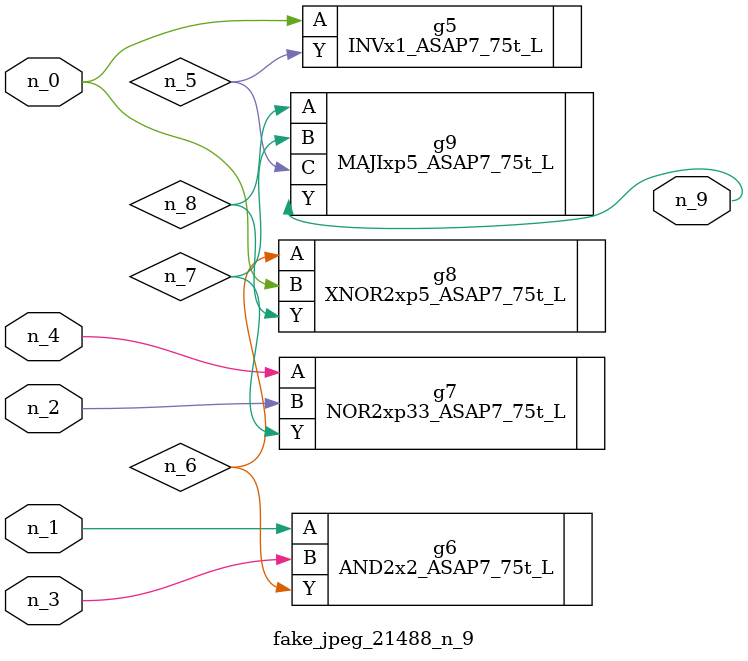
<source format=v>
module fake_jpeg_21488_n_9 (n_3, n_2, n_1, n_0, n_4, n_9);

input n_3;
input n_2;
input n_1;
input n_0;
input n_4;

output n_9;

wire n_8;
wire n_6;
wire n_5;
wire n_7;

INVx1_ASAP7_75t_L g5 ( 
.A(n_0),
.Y(n_5)
);

AND2x2_ASAP7_75t_L g6 ( 
.A(n_1),
.B(n_3),
.Y(n_6)
);

NOR2xp33_ASAP7_75t_L g7 ( 
.A(n_4),
.B(n_2),
.Y(n_7)
);

XNOR2xp5_ASAP7_75t_L g8 ( 
.A(n_6),
.B(n_0),
.Y(n_8)
);

MAJIxp5_ASAP7_75t_L g9 ( 
.A(n_8),
.B(n_7),
.C(n_5),
.Y(n_9)
);


endmodule
</source>
